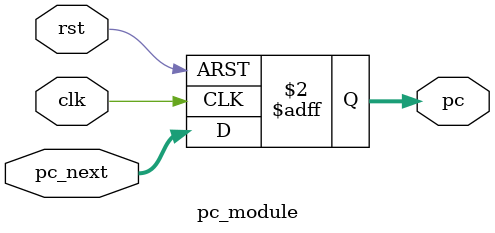
<source format=v>
module pc_module (
    input clk, rst, 
    input [31:0] pc_next,
    output reg [31:0] pc
);
    always @(posedge clk or posedge rst) begin
        if (rst)
            pc <= 32'h0000_0000;
        else
            pc <= pc_next;
    end
endmodule

</source>
